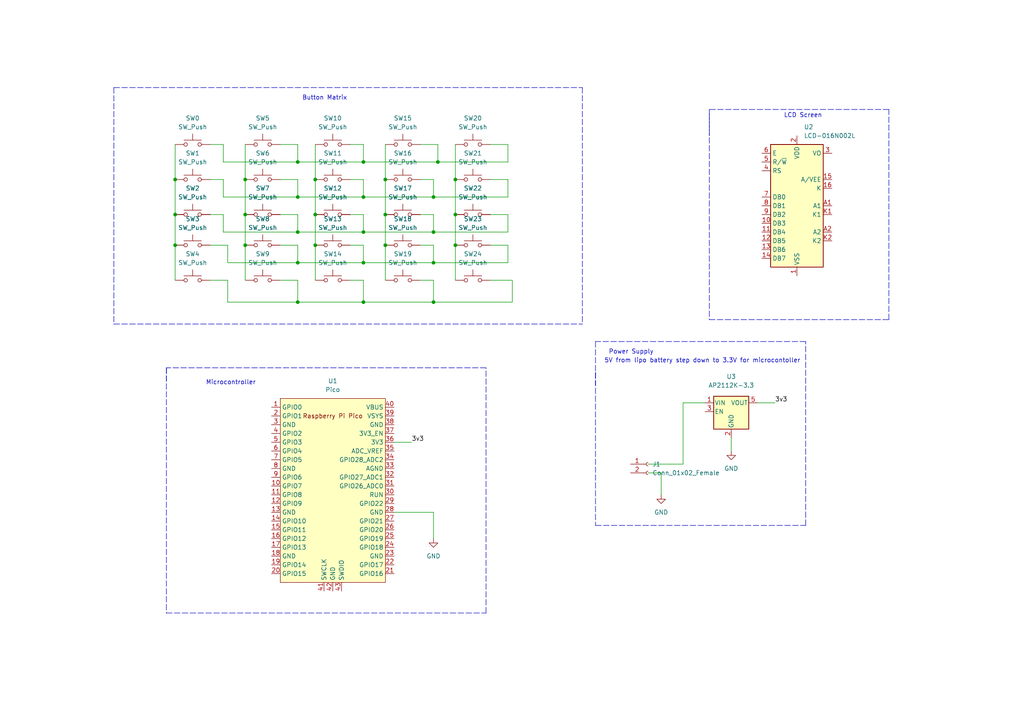
<source format=kicad_sch>
(kicad_sch (version 20211123) (generator eeschema)
  (paper "A4")
  (lib_symbols
    (symbol "Connector:Conn_01x02_Female" (pin_names (offset 1.016) hide)
      (property "Reference" "J" (at 0 2.54 0))
      (property "Value" "Conn_01x02_Female" (at 0 -5.08 0))
      (symbol "Conn_01x02_Female_1_1"
        (arc (start 0 -2.032) (mid -0.508 -2.54) (end 0 -3.048) (stroke (width 0.1524)))
        (polyline (pts (xy -1.27 -2.54) (xy -0.508 -2.54)) (stroke (width 0.1524)))
        (polyline (pts (xy -1.27 0) (xy -0.508 0)) (stroke (width 0.1524)))
        (arc (start 0 0.508) (mid -0.508 0) (end 0 -0.508) (stroke (width 0.1524)))
        (pin passive line (at -5.08 0 0) (length 3.81) (name "Pin_1") (number "1"))
        (pin passive line (at -5.08 -2.54 0) (length 3.81) (name "Pin_2") (number "2"))
      )
    )
    (symbol "Display_Character:LCD-016N002L"
      (property "Reference" "U" (at -6.35 18.796 0))
      (property "Value" "LCD-016N002L" (at 8.636 18.796 0))
      (symbol "LCD-016N002L_1_1"
        (rectangle (start -7.62 17.78) (end 7.62 -17.78) (stroke (width 0.254)) (fill (type background)))
        (pin power_in line (at 0 -20.32 90) (length 2.54) (name "VSS") (number "1"))
        (pin bidirectional line (at -10.16 -5.08 0) (length 2.54) (name "DB3") (number "10"))
        (pin bidirectional line (at -10.16 -7.62 0) (length 2.54) (name "DB4") (number "11"))
        (pin bidirectional line (at -10.16 -10.16 0) (length 2.54) (name "DB5") (number "12"))
        (pin bidirectional line (at -10.16 -12.7 0) (length 2.54) (name "DB6") (number "13"))
        (pin bidirectional line (at -10.16 -15.24 0) (length 2.54) (name "DB7") (number "14"))
        (pin power_in line (at 10.16 7.62 180) (length 2.54) (name "A/VEE") (number "15"))
        (pin power_in line (at 10.16 5.08 180) (length 2.54) (name "K") (number "16"))
        (pin power_in line (at 0 20.32 270) (length 2.54) (name "VDD") (number "2"))
        (pin input line (at 10.16 15.24 180) (length 2.54) (name "VO") (number "3"))
        (pin input line (at -10.16 10.16 0) (length 2.54) (name "RS") (number "4"))
        (pin input line (at -10.16 12.7 0) (length 2.54) (name "R/~{W}") (number "5"))
        (pin input line (at -10.16 15.24 0) (length 2.54) (name "E") (number "6"))
        (pin bidirectional line (at -10.16 2.54 0) (length 2.54) (name "DB0") (number "7"))
        (pin bidirectional line (at -10.16 0 0) (length 2.54) (name "DB1") (number "8"))
        (pin bidirectional line (at -10.16 -2.54 0) (length 2.54) (name "DB2") (number "9"))
        (pin power_in line (at 10.16 0 180) (length 2.54) (name "A1") (number "A1"))
        (pin power_in line (at 10.16 -7.62 180) (length 2.54) (name "A2") (number "A2"))
        (pin power_in line (at 10.16 -2.54 180) (length 2.54) (name "K1") (number "K1"))
        (pin power_in line (at 10.16 -10.16 180) (length 2.54) (name "K2") (number "K2"))
      )
    )
    (symbol "MCU_RaspberryPi_and_Boards:Pico"
      (property "Reference" "U" (at -13.97 27.94 0))
      (property "Value" "Pico" (at 0 19.05 0))
      (symbol "Pico_0_0"
        (text "Raspberry Pi Pico" (at 0 21.59 0) (effects (font (size 1.27 1.27))))
      )
      (symbol "Pico_0_1"
        (rectangle (start -15.24 26.67) (end 15.24 -26.67) (fill (type background)))
      )
      (symbol "Pico_1_1"
        (pin bidirectional line (at -17.78 24.13 0) (length 2.54) (name "GPIO0") (number "1"))
        (pin bidirectional line (at -17.78 1.27 0) (length 2.54) (name "GPIO7") (number "10"))
        (pin bidirectional line (at -17.78 -1.27 0) (length 2.54) (name "GPIO8") (number "11"))
        (pin bidirectional line (at -17.78 -3.81 0) (length 2.54) (name "GPIO9") (number "12"))
        (pin power_in line (at -17.78 -6.35 0) (length 2.54) (name "GND") (number "13"))
        (pin bidirectional line (at -17.78 -8.89 0) (length 2.54) (name "GPIO10") (number "14"))
        (pin bidirectional line (at -17.78 -11.43 0) (length 2.54) (name "GPIO11") (number "15"))
        (pin bidirectional line (at -17.78 -13.97 0) (length 2.54) (name "GPIO12") (number "16"))
        (pin bidirectional line (at -17.78 -16.51 0) (length 2.54) (name "GPIO13") (number "17"))
        (pin power_in line (at -17.78 -19.05 0) (length 2.54) (name "GND") (number "18"))
        (pin bidirectional line (at -17.78 -21.59 0) (length 2.54) (name "GPIO14") (number "19"))
        (pin bidirectional line (at -17.78 21.59 0) (length 2.54) (name "GPIO1") (number "2"))
        (pin bidirectional line (at -17.78 -24.13 0) (length 2.54) (name "GPIO15") (number "20"))
        (pin bidirectional line (at 17.78 -24.13 180) (length 2.54) (name "GPIO16") (number "21"))
        (pin bidirectional line (at 17.78 -21.59 180) (length 2.54) (name "GPIO17") (number "22"))
        (pin power_in line (at 17.78 -19.05 180) (length 2.54) (name "GND") (number "23"))
        (pin bidirectional line (at 17.78 -16.51 180) (length 2.54) (name "GPIO18") (number "24"))
        (pin bidirectional line (at 17.78 -13.97 180) (length 2.54) (name "GPIO19") (number "25"))
        (pin bidirectional line (at 17.78 -11.43 180) (length 2.54) (name "GPIO20") (number "26"))
        (pin bidirectional line (at 17.78 -8.89 180) (length 2.54) (name "GPIO21") (number "27"))
        (pin power_in line (at 17.78 -6.35 180) (length 2.54) (name "GND") (number "28"))
        (pin bidirectional line (at 17.78 -3.81 180) (length 2.54) (name "GPIO22") (number "29"))
        (pin power_in line (at -17.78 19.05 0) (length 2.54) (name "GND") (number "3"))
        (pin input line (at 17.78 -1.27 180) (length 2.54) (name "RUN") (number "30"))
        (pin bidirectional line (at 17.78 1.27 180) (length 2.54) (name "GPIO26_ADC0") (number "31"))
        (pin bidirectional line (at 17.78 3.81 180) (length 2.54) (name "GPIO27_ADC1") (number "32"))
        (pin power_in line (at 17.78 6.35 180) (length 2.54) (name "AGND") (number "33"))
        (pin bidirectional line (at 17.78 8.89 180) (length 2.54) (name "GPIO28_ADC2") (number "34"))
        (pin power_in line (at 17.78 11.43 180) (length 2.54) (name "ADC_VREF") (number "35"))
        (pin power_in line (at 17.78 13.97 180) (length 2.54) (name "3V3") (number "36"))
        (pin input line (at 17.78 16.51 180) (length 2.54) (name "3V3_EN") (number "37"))
        (pin bidirectional line (at 17.78 19.05 180) (length 2.54) (name "GND") (number "38"))
        (pin power_in line (at 17.78 21.59 180) (length 2.54) (name "VSYS") (number "39"))
        (pin bidirectional line (at -17.78 16.51 0) (length 2.54) (name "GPIO2") (number "4"))
        (pin power_in line (at 17.78 24.13 180) (length 2.54) (name "VBUS") (number "40"))
        (pin input line (at -2.54 -29.21 90) (length 2.54) (name "SWCLK") (number "41"))
        (pin power_in line (at 0 -29.21 90) (length 2.54) (name "GND") (number "42"))
        (pin bidirectional line (at 2.54 -29.21 90) (length 2.54) (name "SWDIO") (number "43"))
        (pin bidirectional line (at -17.78 13.97 0) (length 2.54) (name "GPIO3") (number "5"))
        (pin bidirectional line (at -17.78 11.43 0) (length 2.54) (name "GPIO4") (number "6"))
        (pin bidirectional line (at -17.78 8.89 0) (length 2.54) (name "GPIO5") (number "7"))
        (pin power_in line (at -17.78 6.35 0) (length 2.54) (name "GND") (number "8"))
        (pin bidirectional line (at -17.78 3.81 0) (length 2.54) (name "GPIO6") (number "9"))
      )
    )
    (symbol "Regulator_Linear:AP2112K-3.3" (pin_names (offset 0.254))
      (property "Reference" "U" (at -5.08 5.715 0))
      (property "Value" "AP2112K-3.3" (at 0 5.715 0))
      (symbol "AP2112K-3.3_0_1"
        (rectangle (start -5.08 4.445) (end 5.08 -5.08) (stroke (width 0.254)) (fill (type background)))
      )
      (symbol "AP2112K-3.3_1_1"
        (pin power_in line (at -7.62 2.54 0) (length 2.54) (name "VIN") (number "1"))
        (pin power_in line (at 0 -7.62 90) (length 2.54) (name "GND") (number "2"))
        (pin input line (at -7.62 0 0) (length 2.54) (name "EN") (number "3"))
        (pin no_connect line (at 5.08 0 180) (length 2.54) hide (name "NC") (number "4"))
        (pin power_out line (at 7.62 2.54 180) (length 2.54) (name "VOUT") (number "5"))
      )
    )
    (symbol "Switch:SW_Push" (pin_numbers hide) (pin_names (offset 1.016) hide)
      (property "Reference" "SW" (at 1.27 2.54 0))
      (property "Value" "SW_Push" (at 0 -1.524 0))
      (symbol "SW_Push_0_1"
        (circle (center -2.032 0) (radius 0.508))
        (polyline (pts (xy 0 1.27) (xy 0 3.048)))
        (polyline (pts (xy 2.54 1.27) (xy -2.54 1.27)))
        (circle (center 2.032 0) (radius 0.508))
        (pin passive line (at -5.08 0 0) (length 2.54) (name "1") (number "1"))
        (pin passive line (at 5.08 0 180) (length 2.54) (name "2") (number "2"))
      )
    )
    (symbol "power:GND" (power) (pin_names (offset 0))
      (property "Value" "GND" (at 0 -3.81 0))
      (symbol "GND_0_1"
        (polyline (pts (xy 0 0) (xy 0 -1.27) (xy 1.27 -1.27) (xy 0 -2.54) (xy -1.27 -1.27) (xy 0 -1.27)))
      )
      (symbol "GND_1_1"
        (pin power_in line (at 0 0 270) (length 0) hide (name "GND") (number "1"))
      )
    )
  )
  (junction (at 71.12 71.12))
  (junction (at 111.76 62.23))
  (junction (at 71.12 62.23))
  (junction (at 105.41 67.31))
  (junction (at 86.36 76.2))
  (junction (at 71.12 52.07))
  (junction (at 105.41 46.99))
  (junction (at 86.36 87.63))
  (junction (at 132.08 62.23))
  (junction (at 111.76 71.12))
  (junction (at 50.8 52.07))
  (junction (at 132.08 52.07))
  (junction (at 50.8 71.12))
  (junction (at 105.41 76.2))
  (junction (at 111.76 52.07))
  (junction (at 125.73 87.63))
  (junction (at 105.41 87.63))
  (junction (at 125.73 67.31))
  (junction (at 50.8 62.23))
  (junction (at 91.44 52.07))
  (junction (at 91.44 62.23))
  (junction (at 91.44 71.12))
  (junction (at 125.73 57.15))
  (junction (at 105.41 57.15))
  (junction (at 125.73 76.2))
  (junction (at 86.36 67.31))
  (junction (at 127 46.99))
  (junction (at 132.08 71.12))
  (junction (at 86.36 46.99))
  (junction (at 86.36 57.15))
  (wire (pts (xy 66.04 87.63) (xy 86.36 87.63)))
  (wire (pts (xy 64.77 57.15) (xy 86.36 57.15)))
  (wire (pts (xy 91.44 41.91) (xy 91.44 52.07)))
  (wire (pts (xy 105.41 41.91) (xy 105.41 46.99)))
  (wire (pts (xy 125.73 62.23) (xy 125.73 67.31)))
  (wire (pts (xy 111.76 52.07) (xy 111.76 62.23)))
  (wire (pts (xy 132.08 52.07) (xy 132.08 62.23)))
  (wire (pts (xy 101.6 81.28) (xy 105.41 81.28)))
  (wire (pts (xy 66.04 71.12) (xy 66.04 76.2)))
  (polyline (pts (xy 172.72 152.4) (xy 233.68 152.4)))
  (wire (pts (xy 64.77 62.23) (xy 64.77 67.31)))
  (polyline (pts (xy 48.26 177.8) (xy 140.97 177.8)))
  (polyline (pts (xy 140.97 177.8) (xy 140.97 106.68)))
  (wire (pts (xy 132.08 41.91) (xy 132.08 52.07)))
  (wire (pts (xy 60.96 62.23) (xy 64.77 62.23)))
  (wire (pts (xy 142.24 41.91) (xy 147.32 41.91)))
  (wire (pts (xy 71.12 71.12) (xy 71.12 81.28)))
  (wire (pts (xy 132.08 62.23) (xy 132.08 71.12)))
  (wire (pts (xy 60.96 52.07) (xy 64.77 52.07)))
  (wire (pts (xy 105.41 46.99) (xy 127 46.99)))
  (wire (pts (xy 111.76 41.91) (xy 111.76 52.07)))
  (wire (pts (xy 86.36 52.07) (xy 86.36 57.15)))
  (wire (pts (xy 121.92 81.28) (xy 125.73 81.28)))
  (wire (pts (xy 86.36 87.63) (xy 105.41 87.63)))
  (wire (pts (xy 60.96 41.91) (xy 64.77 41.91)))
  (wire (pts (xy 86.36 57.15) (xy 105.41 57.15)))
  (wire (pts (xy 219.71 116.84) (xy 224.79 116.84)))
  (wire (pts (xy 101.6 52.07) (xy 105.41 52.07)))
  (wire (pts (xy 60.96 71.12) (xy 66.04 71.12)))
  (wire (pts (xy 212.09 127) (xy 212.09 130.81)))
  (wire (pts (xy 64.77 46.99) (xy 86.36 46.99)))
  (wire (pts (xy 91.44 52.07) (xy 91.44 62.23)))
  (wire (pts (xy 66.04 81.28) (xy 66.04 87.63)))
  (polyline (pts (xy 233.68 152.4) (xy 233.68 99.06)))
  (wire (pts (xy 81.28 62.23) (xy 86.36 62.23)))
  (wire (pts (xy 187.96 134.62) (xy 198.12 134.62)))
  (polyline (pts (xy 48.26 106.68) (xy 48.26 177.8)))
  (wire (pts (xy 86.36 67.31) (xy 105.41 67.31)))
  (polyline (pts (xy 172.72 107.95) (xy 172.72 152.4)))
  (wire (pts (xy 111.76 71.12) (xy 111.76 81.28)))
  (wire (pts (xy 86.36 62.23) (xy 86.36 67.31)))
  (wire (pts (xy 64.77 52.07) (xy 64.77 57.15)))
  (wire (pts (xy 64.77 67.31) (xy 86.36 67.31)))
  (wire (pts (xy 198.12 116.84) (xy 204.47 116.84)))
  (wire (pts (xy 86.36 76.2) (xy 105.41 76.2)))
  (polyline (pts (xy 205.74 31.75) (xy 205.74 39.37)))
  (wire (pts (xy 187.96 137.16) (xy 191.77 137.16)))
  (wire (pts (xy 105.41 52.07) (xy 105.41 57.15)))
  (wire (pts (xy 125.73 52.07) (xy 125.73 57.15)))
  (wire (pts (xy 121.92 62.23) (xy 125.73 62.23)))
  (wire (pts (xy 121.92 41.91) (xy 127 41.91)))
  (polyline (pts (xy 257.81 92.71) (xy 257.81 31.75)))
  (wire (pts (xy 114.3 148.59) (xy 125.73 148.59)))
  (wire (pts (xy 64.77 41.91) (xy 64.77 46.99)))
  (wire (pts (xy 147.32 62.23) (xy 142.24 62.23)))
  (polyline (pts (xy 33.02 25.4) (xy 33.02 93.98)))
  (wire (pts (xy 66.04 76.2) (xy 86.36 76.2)))
  (polyline (pts (xy 33.02 25.4) (xy 168.91 25.4)))
  (polyline (pts (xy 172.72 99.06) (xy 172.72 111.76)))
  (wire (pts (xy 81.28 41.91) (xy 86.36 41.91)))
  (wire (pts (xy 127 41.91) (xy 127 46.99)))
  (wire (pts (xy 147.32 52.07) (xy 147.32 57.15)))
  (wire (pts (xy 125.73 57.15) (xy 147.32 57.15)))
  (wire (pts (xy 101.6 41.91) (xy 105.41 41.91)))
  (wire (pts (xy 125.73 87.63) (xy 148.59 87.63)))
  (wire (pts (xy 147.32 67.31) (xy 147.32 62.23)))
  (wire (pts (xy 105.41 76.2) (xy 125.73 76.2)))
  (wire (pts (xy 191.77 137.16) (xy 191.77 143.51)))
  (wire (pts (xy 50.8 62.23) (xy 50.8 71.12)))
  (wire (pts (xy 71.12 62.23) (xy 71.12 71.12)))
  (wire (pts (xy 132.08 71.12) (xy 132.08 81.28)))
  (wire (pts (xy 111.76 62.23) (xy 111.76 71.12)))
  (wire (pts (xy 148.59 81.28) (xy 142.24 81.28)))
  (wire (pts (xy 71.12 52.07) (xy 71.12 62.23)))
  (wire (pts (xy 71.12 41.91) (xy 71.12 52.07)))
  (polyline (pts (xy 233.68 99.06) (xy 172.72 99.06)))
  (wire (pts (xy 50.8 71.12) (xy 50.8 81.28)))
  (wire (pts (xy 105.41 67.31) (xy 125.73 67.31)))
  (wire (pts (xy 105.41 87.63) (xy 125.73 87.63)))
  (polyline (pts (xy 205.74 92.71) (xy 257.81 92.71)))
  (polyline (pts (xy 168.91 25.4) (xy 168.91 93.98)))
  (wire (pts (xy 81.28 52.07) (xy 86.36 52.07)))
  (wire (pts (xy 147.32 71.12) (xy 147.32 76.2)))
  (wire (pts (xy 105.41 57.15) (xy 125.73 57.15)))
  (wire (pts (xy 125.73 148.59) (xy 125.73 156.21)))
  (wire (pts (xy 86.36 71.12) (xy 86.36 76.2)))
  (wire (pts (xy 125.73 76.2) (xy 147.32 76.2)))
  (polyline (pts (xy 257.81 31.75) (xy 205.74 31.75)))
  (wire (pts (xy 125.73 81.28) (xy 125.73 87.63)))
  (wire (pts (xy 101.6 62.23) (xy 105.41 62.23)))
  (wire (pts (xy 125.73 67.31) (xy 147.32 67.31)))
  (wire (pts (xy 147.32 41.91) (xy 147.32 46.99)))
  (wire (pts (xy 81.28 81.28) (xy 86.36 81.28)))
  (polyline (pts (xy 140.97 106.68) (xy 48.26 106.68)))
  (wire (pts (xy 121.92 52.07) (xy 125.73 52.07)))
  (wire (pts (xy 86.36 81.28) (xy 86.36 87.63)))
  (wire (pts (xy 81.28 71.12) (xy 86.36 71.12)))
  (wire (pts (xy 105.41 62.23) (xy 105.41 67.31)))
  (wire (pts (xy 125.73 71.12) (xy 125.73 76.2)))
  (wire (pts (xy 127 46.99) (xy 147.32 46.99)))
  (wire (pts (xy 86.36 46.99) (xy 105.41 46.99)))
  (wire (pts (xy 114.3 128.27) (xy 119.38 128.27)))
  (wire (pts (xy 198.12 134.62) (xy 198.12 116.84)))
  (polyline (pts (xy 33.02 93.98) (xy 168.91 93.98)))
  (polyline (pts (xy 205.74 33.02) (xy 205.74 92.71)))
  (wire (pts (xy 50.8 41.91) (xy 50.8 52.07)))
  (wire (pts (xy 105.41 71.12) (xy 105.41 76.2)))
  (wire (pts (xy 147.32 71.12) (xy 142.24 71.12)))
  (wire (pts (xy 101.6 71.12) (xy 105.41 71.12)))
  (wire (pts (xy 91.44 71.12) (xy 91.44 81.28)))
  (wire (pts (xy 60.96 81.28) (xy 66.04 81.28)))
  (wire (pts (xy 148.59 87.63) (xy 148.59 81.28)))
  (polyline (pts (xy 48.26 106.68) (xy 48.26 110.49)))
  (wire (pts (xy 142.24 52.07) (xy 147.32 52.07)))
  (wire (pts (xy 121.92 71.12) (xy 125.73 71.12)))
  (wire (pts (xy 91.44 62.23) (xy 91.44 71.12)))
  (wire (pts (xy 86.36 41.91) (xy 86.36 46.99)))
  (wire (pts (xy 105.41 81.28) (xy 105.41 87.63)))
  (wire (pts (xy 50.8 52.07) (xy 50.8 62.23)))
  (text "LCD Screen\n" (at 227.33 34.29 0) (effects (font (size 1.27 1.27)) (justify left bottom)))
  (text "5V from lipo battery step down to 3.3V for microcontoller" (at 175.26 105.41 0) (effects (font (size 1.27 1.27)) (justify left bottom)))
  (text "Power Supply" (at 176.53 102.87 0) (effects (font (size 1.27 1.27)) (justify left bottom)))
  (text "Microcontroller\n" (at 59.69 111.76 0) (effects (font (size 1.27 1.27)) (justify left bottom)))
  (text "Button Matrix\n" (at 87.63 29.21 0) (effects (font (size 1.27 1.27)) (justify left bottom)))
  (label "3v3" (at 119.38 128.27 0))
  (label "3v3" (at 224.79 116.84 0))
  (symbol (lib_id "Switch:SW_Push") (at 96.52 62.23 0) (unit 1)
    (property "Reference" "SW12" (at 96.52 54.61 0))
    (property "Value" "SW_Push" (at 96.52 57.15 0))
    (property "Footprint" "Button_Switch_SMD:Panasonic_EVQPUK_EVQPUB" (effects hide))
  )
  (symbol (lib_id "Switch:SW_Push") (at 116.84 52.07 0) (unit 1)
    (property "Reference" "SW16" (at 116.84 44.45 0))
    (property "Value" "SW_Push" (at 116.84 46.99 0))
    (property "Footprint" "Button_Switch_SMD:Panasonic_EVQPUK_EVQPUB" (effects hide))
  )
  (symbol (lib_id "Switch:SW_Push") (at 116.84 71.12 0) (unit 1)
    (property "Reference" "SW18" (at 116.84 63.5 0))
    (property "Value" "SW_Push" (at 116.84 66.04 0))
    (property "Footprint" "Button_Switch_SMD:Panasonic_EVQPUK_EVQPUB" (effects hide))
  )
  (symbol (lib_id "Switch:SW_Push") (at 55.88 62.23 0) (unit 1)
    (property "Reference" "SW2" (at 55.88 54.61 0))
    (property "Value" "SW_Push" (at 55.88 57.15 0))
    (property "Footprint" "Button_Switch_SMD:Panasonic_EVQPUK_EVQPUB" (effects hide))
  )
  (symbol (lib_id "Switch:SW_Push") (at 137.16 62.23 0) (unit 1)
    (property "Reference" "SW22" (at 137.16 54.61 0))
    (property "Value" "SW_Push" (at 137.16 57.15 0))
    (property "Footprint" "Button_Switch_SMD:Panasonic_EVQPUK_EVQPUB" (effects hide))
  )
  (symbol (lib_id "Switch:SW_Push") (at 55.88 71.12 0) (unit 1)
    (property "Reference" "SW3" (at 55.88 63.5 0))
    (property "Value" "SW_Push" (at 55.88 66.04 0))
    (property "Footprint" "Button_Switch_SMD:Panasonic_EVQPUK_EVQPUB" (effects hide))
  )
  (symbol (lib_id "Switch:SW_Push") (at 137.16 41.91 0) (unit 1)
    (property "Reference" "SW20" (at 137.16 34.29 0))
    (property "Value" "SW_Push" (at 137.16 36.83 0))
    (property "Footprint" "Button_Switch_SMD:Panasonic_EVQPUK_EVQPUB" (effects hide))
  )
  (symbol (lib_id "Switch:SW_Push") (at 76.2 71.12 0) (unit 1)
    (property "Reference" "SW8" (at 76.2 63.5 0))
    (property "Value" "SW_Push" (at 76.2 66.04 0))
    (property "Footprint" "Button_Switch_SMD:Panasonic_EVQPUK_EVQPUB" (effects hide))
  )
  (symbol (lib_id "Regulator_Linear:AP2112K-3.3") (at 212.09 119.38 0) (unit 1)
    (property "Reference" "U3" (at 212.09 109.22 0))
    (property "Value" "AP2112K-3.3" (at 212.09 111.76 0))
    (property "Footprint" "Package_TO_SOT_SMD:SOT-23-5" (effects hide))
    (property "Datasheet" "https://www.diodes.com/assets/Datasheets/AP2112.pdf" (effects hide))
  )
  (symbol (lib_id "Switch:SW_Push") (at 116.84 41.91 0) (unit 1)
    (property "Reference" "SW15" (at 116.84 34.29 0))
    (property "Value" "SW_Push" (at 116.84 36.83 0))
    (property "Footprint" "Button_Switch_SMD:Panasonic_EVQPUK_EVQPUB" (effects hide))
  )
  (symbol (lib_id "power:GND") (at 191.77 143.51 0) (unit 1)
    (property "Reference" "#PWR0101" (effects hide))
    (property "Value" "GND" (at 191.77 148.59 0))
  )
  (symbol (lib_id "Switch:SW_Push") (at 137.16 81.28 0) (unit 1)
    (property "Reference" "SW24" (at 137.16 73.66 0))
    (property "Value" "SW_Push" (at 137.16 76.2 0))
    (property "Footprint" "Button_Switch_SMD:Panasonic_EVQPUK_EVQPUB" (effects hide))
  )
  (symbol (lib_id "power:GND") (at 212.09 130.81 0) (unit 1)
    (property "Reference" "#PWR0102" (effects hide))
    (property "Value" "GND" (at 212.09 135.89 0))
  )
  (symbol (lib_id "power:GND") (at 125.73 156.21 0) (unit 1)
    (property "Reference" "#PWR0103" (effects hide))
    (property "Value" "GND" (at 125.73 161.29 0))
  )
  (symbol (lib_id "Switch:SW_Push") (at 76.2 41.91 0) (unit 1)
    (property "Reference" "SW5" (at 76.2 34.29 0))
    (property "Value" "SW_Push" (at 76.2 36.83 0))
    (property "Footprint" "Button_Switch_SMD:Panasonic_EVQPUK_EVQPUB" (effects hide))
  )
  (symbol (lib_id "MCU_RaspberryPi_and_Boards:Pico") (at 96.52 142.24 0) (unit 1)
    (property "Reference" "U1" (at 96.52 110.49 0))
    (property "Value" "Pico" (at 96.52 113.03 0))
    (property "Footprint" "RPi_Pico:RPi_Pico_SMD_TH" (effects hide))
  )
  (symbol (lib_id "Switch:SW_Push") (at 137.16 52.07 0) (unit 1)
    (property "Reference" "SW21" (at 137.16 44.45 0))
    (property "Value" "SW_Push" (at 137.16 46.99 0))
    (property "Footprint" "Button_Switch_SMD:Panasonic_EVQPUK_EVQPUB" (effects hide))
  )
  (symbol (lib_id "Switch:SW_Push") (at 76.2 62.23 0) (unit 1)
    (property "Reference" "SW7" (at 76.2 54.61 0))
    (property "Value" "SW_Push" (at 76.2 57.15 0))
    (property "Footprint" "Button_Switch_SMD:Panasonic_EVQPUK_EVQPUB" (effects hide))
  )
  (symbol (lib_id "Switch:SW_Push") (at 55.88 81.28 0) (unit 1)
    (property "Reference" "SW4" (at 55.88 73.66 0))
    (property "Value" "SW_Push" (at 55.88 76.2 0))
    (property "Footprint" "Button_Switch_SMD:Panasonic_EVQPUK_EVQPUB" (effects hide))
  )
  (symbol (lib_id "Switch:SW_Push") (at 96.52 71.12 0) (unit 1)
    (property "Reference" "SW13" (at 96.52 63.5 0))
    (property "Value" "SW_Push" (at 96.52 66.04 0))
    (property "Footprint" "Button_Switch_SMD:Panasonic_EVQPUK_EVQPUB" (effects hide))
  )
  (symbol (lib_id "Switch:SW_Push") (at 96.52 52.07 0) (unit 1)
    (property "Reference" "SW11" (at 96.52 44.45 0))
    (property "Value" "SW_Push" (at 96.52 46.99 0))
    (property "Footprint" "Button_Switch_SMD:Panasonic_EVQPUK_EVQPUB" (effects hide))
  )
  (symbol (lib_id "Switch:SW_Push") (at 76.2 81.28 0) (unit 1)
    (property "Reference" "SW9" (at 76.2 73.66 0))
    (property "Value" "SW_Push" (at 76.2 76.2 0))
    (property "Footprint" "Button_Switch_SMD:Panasonic_EVQPUK_EVQPUB" (effects hide))
  )
  (symbol (lib_id "Connector:Conn_01x02_Female") (at 187.96 134.62 0) (unit 1)
    (property "Reference" "J1" (at 189.23 134.6199 0) (effects (justify left)))
    (property "Value" "Conn_01x02_Female" (at 189.23 137.1599 0) (effects (justify left)))
    (property "Footprint" "Connector_JST:JST_PH_B2B-PH-K_1x02_P2.00mm_Vertical" (effects hide))
  )
  (symbol (lib_id "Switch:SW_Push") (at 137.16 71.12 0) (unit 1)
    (property "Reference" "SW23" (at 137.16 63.5 0))
    (property "Value" "SW_Push" (at 137.16 66.04 0))
    (property "Footprint" "Button_Switch_SMD:Panasonic_EVQPUK_EVQPUB" (effects hide))
  )
  (symbol (lib_id "Display_Character:LCD-016N002L") (at 231.14 59.69 0) (unit 1)
    (property "Reference" "U2" (at 233.1594 36.83 0) (effects (justify left)))
    (property "Value" "LCD-016N002L" (at 233.1594 39.37 0) (effects (justify left)))
    (property "Footprint" "Display:LCD-016N002L" (effects hide))
    (property "Datasheet" "http://www.vishay.com/docs/37299/37299.pdf" (effects hide))
  )
  (symbol (lib_id "Switch:SW_Push") (at 96.52 81.28 0) (unit 1)
    (property "Reference" "SW14" (at 96.52 73.66 0))
    (property "Value" "SW_Push" (at 96.52 76.2 0))
    (property "Footprint" "Button_Switch_SMD:Panasonic_EVQPUK_EVQPUB" (effects hide))
  )
  (symbol (lib_id "Switch:SW_Push") (at 116.84 62.23 0) (unit 1)
    (property "Reference" "SW17" (at 116.84 54.61 0))
    (property "Value" "SW_Push" (at 116.84 57.15 0))
    (property "Footprint" "Button_Switch_SMD:Panasonic_EVQPUK_EVQPUB" (effects hide))
  )
  (symbol (lib_id "Switch:SW_Push") (at 76.2 52.07 0) (unit 1)
    (property "Reference" "SW6" (at 76.2 44.45 0))
    (property "Value" "SW_Push" (at 76.2 46.99 0))
    (property "Footprint" "Button_Switch_SMD:Panasonic_EVQPUK_EVQPUB" (effects hide))
  )
  (symbol (lib_id "Switch:SW_Push") (at 55.88 52.07 0) (unit 1)
    (property "Reference" "SW1" (at 55.88 44.45 0))
    (property "Value" "SW_Push" (at 55.88 46.99 0))
    (property "Footprint" "Button_Switch_SMD:Panasonic_EVQPUK_EVQPUB" (effects hide))
  )
  (symbol (lib_id "Switch:SW_Push") (at 96.52 41.91 0) (unit 1)
    (property "Reference" "SW10" (at 96.52 34.29 0))
    (property "Value" "SW_Push" (at 96.52 36.83 0))
    (property "Footprint" "Button_Switch_SMD:Panasonic_EVQPUK_EVQPUB" (effects hide))
  )
  (symbol (lib_id "Switch:SW_Push") (at 116.84 81.28 0) (unit 1)
    (property "Reference" "SW19" (at 116.84 73.66 0))
    (property "Value" "SW_Push" (at 116.84 76.2 0))
    (property "Footprint" "Button_Switch_SMD:Panasonic_EVQPUK_EVQPUB" (effects hide))
  )
  (symbol (lib_id "Switch:SW_Push") (at 55.88 41.91 0) (unit 1)
    (property "Reference" "SW0" (at 55.88 34.29 0))
    (property "Value" "SW_Push" (at 55.88 36.83 0))
    (property "Footprint" "Button_Switch_SMD:Panasonic_EVQPUK_EVQPUB" (effects hide))
  )
)
</source>
